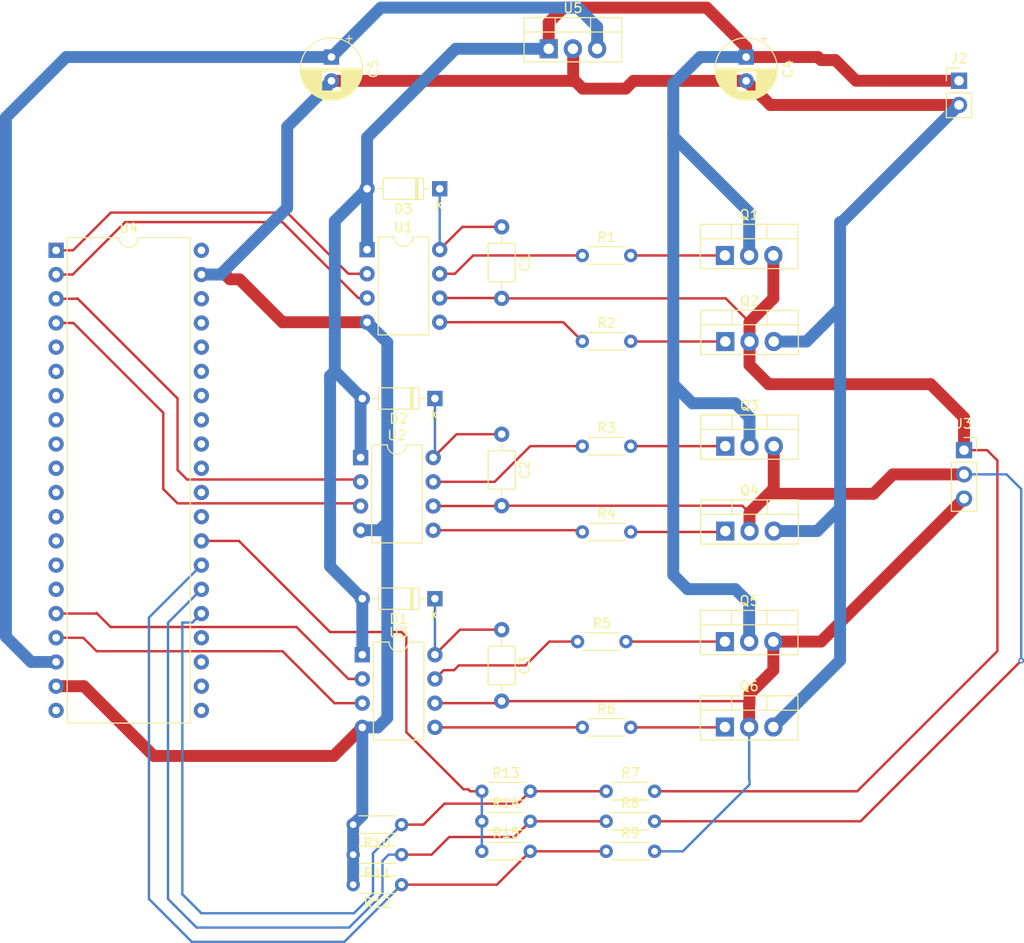
<source format=kicad_pcb>
(kicad_pcb (version 20240108) (generator "pcbnew") (generator_version "8.0")
  (layers (0 "F.Cu" signal) (31 "B.Cu" signal) (34 "B.Paste" user) (35 "F.Paste" user) (36 "B.SilkS" user "B.Silkscreen") (37 "F.SilkS" user "F.Silkscreen") (38 "B.Mask" user) (39 "F.Mask" user) (44 "Edge.Cuts" user))
  (net 0 "")
  (net 1 "+15V")
  (net 2 "Net-(D1-K)")
  (net 3 "Net-(D2-K)")
  (net 4 "Net-(D3-K)")
  (net 5 "Net-(Q1-G)")
  (net 6 "BLDC_A")
  (net 7 "Net-(Q2-G)")
  (net 8 "GND")
  (net 9 "Net-(Q3-G)")
  (net 10 "BLDC_B")
  (net 11 "Net-(Q4-G)")
  (net 12 "Net-(Q5-G)")
  (net 13 "BLDC_C")
  (net 14 "Net-(Q6-G)")
  (net 15 "Net-(U1-HO)")
  (net 16 "Net-(U1-LO)")
  (net 17 "Net-(U2-HO)")
  (net 18 "Net-(U2-LO)")
  (net 19 "Net-(U3-HO)")
  (net 20 "Net-(U3-LO)")
  (net 21 "EMF_A")
  (net 22 "EMF_B")
  (net 23 "EMF_C")
  (net 24 "EMF_COMMON")
  (net 26 "PWM_AL")
  (net 31 "PWM_CH")
  (net 38 "PWM_LH")
  (net 41 "PWM_AH")
  (net 45 "+5V")
  (net 52 "PWM_BL")
  (net 53 "PWM_BH")
  (footprint "Package_DIP:DIP-8_W7.62mm" (layer "F.Cu") (at 181.88 85.38)
    (property "Reference" "U3" (at 3.81 -2.33 0) (layer "F.SilkS"))
    (property "Value" "IR2101")
    (pad "1" thru_hole rect (at 0 0) (size 1.6 1.6) (drill 0.8) (layers "*.Cu" "*.Mask") (net 1 "+15V"))
    (pad "2" thru_hole oval (at 0 2.54) (size 1.6 1.6) (drill 0.8) (layers "*.Cu" "*.Mask") (net 31 "PWM_CH"))
    (pad "3" thru_hole oval (at 0 5.08) (size 1.6 1.6) (drill 0.8) (layers "*.Cu" "*.Mask") (net 38 "PWM_LH"))
    (pad "4" thru_hole oval (at 0 7.62) (size 1.6 1.6) (drill 0.8) (layers "*.Cu" "*.Mask") (net 8 "GND"))
    (pad "5" thru_hole oval (at 7.62 7.62) (size 1.6 1.6) (drill 0.8) (layers "*.Cu" "*.Mask") (net 20 "Net-(U3-LO)"))
    (pad "6" thru_hole oval (at 7.62 5.08) (size 1.6 1.6) (drill 0.8) (layers "*.Cu" "*.Mask") (net 13 "BLDC_C"))
    (pad "7" thru_hole oval (at 7.62 2.54) (size 1.6 1.6) (drill 0.8) (layers "*.Cu" "*.Mask") (net 19 "Net-(U3-HO)"))
    (pad "8" thru_hole oval (at 7.62 0) (size 1.6 1.6) (drill 0.8) (layers "*.Cu" "*.Mask") (net 2 "Net-(D1-K)"))
  )
  (footprint "Resistor_THT:R_Axial_DIN0204_L3.6mm_D1.6mm_P5.08mm_Horizontal" (layer "F.Cu") (at 194.42 102.85)
    (property "Reference" "R14" (at 2.54 -1.92 0) (layer "F.SilkS"))
    (property "Value" "470k")
    (pad "1" thru_hole circle (at 0 0) (size 1.4 1.4) (drill 0.7) (layers "*.Cu" "*.Mask") (net 24 "EMF_COMMON"))
    (pad "2" thru_hole oval (at 5.08 0) (size 1.4 1.4) (drill 0.7) (layers "*.Cu" "*.Mask") (net 22 "EMF_B"))
  )
  (footprint "Resistor_THT:R_Axial_DIN0204_L3.6mm_D1.6mm_P5.08mm_Horizontal" (layer "F.Cu") (at 204.96 52.5)
    (property "Reference" "R2" (at 2.54 -1.92 0) (layer "F.SilkS"))
    (property "Value" "10R")
    (pad "1" thru_hole circle (at 0 0) (size 1.4 1.4) (drill 0.7) (layers "*.Cu" "*.Mask") (net 16 "Net-(U1-LO)"))
    (pad "2" thru_hole oval (at 5.08 0) (size 1.4 1.4) (drill 0.7) (layers "*.Cu" "*.Mask") (net 7 "Net-(Q2-G)"))
  )
  (footprint "Package_TO_SOT_THT:TO-220-3_Vertical" (layer "F.Cu") (at 219.92 92.96)
    (property "Reference" "Q6" (at 2.54 -4.27 0) (layer "F.SilkS"))
    (property "Value" "IRLZ44N")
    (pad "1" thru_hole rect (at 0 0) (size 1.905 2) (drill 1.1) (layers "*.Cu" "*.Mask") (net 14 "Net-(Q6-G)"))
    (pad "2" thru_hole oval (at 2.54 0) (size 1.905 2) (drill 1.1) (layers "*.Cu" "*.Mask") (net 13 "BLDC_C"))
    (pad "3" thru_hole oval (at 5.08 0) (size 1.905 2) (drill 1.1) (layers "*.Cu" "*.Mask") (net 8 "GND"))
  )
  (footprint "Package_TO_SOT_THT:TO-220-3_Vertical" (layer "F.Cu") (at 201.4325 21.8175)
    (property "Reference" "U5" (at 2.54 -4.27 0) (layer "F.SilkS"))
    (property "Value" "L7805")
    (pad "1" thru_hole rect (at 0 0) (size 1.905 2) (drill 1.1) (layers "*.Cu" "*.Mask") (net 1 "+15V"))
    (pad "2" thru_hole oval (at 2.54 0) (size 1.905 2) (drill 1.1) (layers "*.Cu" "*.Mask") (net 8 "GND"))
    (pad "3" thru_hole oval (at 5.08 0) (size 1.905 2) (drill 1.1) (layers "*.Cu" "*.Mask") (net 45 "+5V"))
  )
  (footprint "Connector_PinSocket_2.54mm:PinSocket_1x03_P2.54mm_Vertical" (layer "F.Cu") (at 245 63.92)
    (property "Reference" "J3" (at 0 -2.77 0) (layer "F.SilkS"))
    (property "Value" "Conn BLDC")
    (pad "1" thru_hole rect (at 0 0) (size 1.7 1.7) (drill 1) (layers "*.Cu" "*.Mask") (net 6 "BLDC_A"))
    (pad "2" thru_hole oval (at 0 2.54) (size 1.7 1.7) (drill 1) (layers "*.Cu" "*.Mask") (net 10 "BLDC_B"))
    (pad "3" thru_hole oval (at 0 5.08) (size 1.7 1.7) (drill 1) (layers "*.Cu" "*.Mask") (net 13 "BLDC_C"))
  )
  (footprint "Package_DIP:DIP-40_W15.24mm" (layer "F.Cu") (at 149.76 42.96)
    (property "Reference" "U4" (at 7.62 -2.33 0) (layer "F.SilkS"))
    (property "Value" "YAAJ_BlackPill_v2")
    (pad "1" thru_hole rect (at 0 0) (size 1.6 1.6) (drill 0.8) (layers "*.Cu" "*.Mask") (net 41 "PWM_AH"))
    (pad "2" thru_hole oval (at 0 2.54) (size 1.6 1.6) (drill 0.8) (layers "*.Cu" "*.Mask") (net 26 "PWM_AL"))
    (pad "3" thru_hole oval (at 0 5.08) (size 1.6 1.6) (drill 0.8) (layers "*.Cu" "*.Mask") (net 53 "PWM_BH"))
    (pad "4" thru_hole oval (at 0 7.62) (size 1.6 1.6) (drill 0.8) (layers "*.Cu" "*.Mask") (net 52 "PWM_BL"))
    (pad "5" thru_hole oval (at 0 10.16) (size 1.6 1.6) (drill 0.8) (layers "*.Cu" "*.Mask"))
    (pad "6" thru_hole oval (at 0 12.7) (size 1.6 1.6) (drill 0.8) (layers "*.Cu" "*.Mask"))
    (pad "7" thru_hole oval (at 0 15.24) (size 1.6 1.6) (drill 0.8) (layers "*.Cu" "*.Mask"))
    (pad "8" thru_hole oval (at 0 17.78) (size 1.6 1.6) (drill 0.8) (layers "*.Cu" "*.Mask"))
    (pad "9" thru_hole oval (at 0 20.32) (size 1.6 1.6) (drill 0.8) (layers "*.Cu" "*.Mask"))
    (pad "10" thru_hole oval (at 0 22.86) (size 1.6 1.6) (drill 0.8) (layers "*.Cu" "*.Mask"))
    (pad "11" thru_hole oval (at 0 25.4) (size 1.6 1.6) (drill 0.8) (layers "*.Cu" "*.Mask"))
    (pad "12" thru_hole oval (at 0 27.94) (size 1.6 1.6) (drill 0.8) (layers "*.Cu" "*.Mask"))
    (pad "13" thru_hole oval (at 0 30.48) (size 1.6 1.6) (drill 0.8) (layers "*.Cu" "*.Mask"))
    (pad "14" thru_hole oval (at 0 33.02) (size 1.6 1.6) (drill 0.8) (layers "*.Cu" "*.Mask"))
    (pad "15" thru_hole oval (at 0 35.56) (size 1.6 1.6) (drill 0.8) (layers "*.Cu" "*.Mask"))
    (pad "16" thru_hole oval (at 0 38.1) (size 1.6 1.6) (drill 0.8) (layers "*.Cu" "*.Mask") (net 31 "PWM_CH"))
    (pad "17" thru_hole oval (at 0 40.64) (size 1.6 1.6) (drill 0.8) (layers "*.Cu" "*.Mask") (net 38 "PWM_LH"))
    (pad "18" thru_hole oval (at 0 43.18) (size 1.6 1.6) (drill 0.8) (layers "*.Cu" "*.Mask") (net 45 "+5V"))
    (pad "19" thru_hole oval (at 0 45.72) (size 1.6 1.6) (drill 0.8) (layers "*.Cu" "*.Mask") (net 8 "GND"))
    (pad "20" thru_hole oval (at 0 48.26) (size 1.6 1.6) (drill 0.8) (layers "*.Cu" "*.Mask"))
    (pad "21" thru_hole oval (at 15.24 48.26) (size 1.6 1.6) (drill 0.8) (layers "*.Cu" "*.Mask"))
    (pad "22" thru_hole oval (at 15.24 45.72) (size 1.6 1.6) (drill 0.8) (layers "*.Cu" "*.Mask"))
    (pad "23" thru_hole oval (at 15.24 43.18) (size 1.6 1.6) (drill 0.8) (layers "*.Cu" "*.Mask"))
    (pad "24" thru_hole oval (at 15.24 40.64) (size 1.6 1.6) (drill 0.8) (layers "*.Cu" "*.Mask"))
    (pad "25" thru_hole oval (at 15.24 38.1) (size 1.6 1.6) (drill 0.8) (layers "*.Cu" "*.Mask") (net 21 "EMF_A"))
    (pad "26" thru_hole oval (at 15.24 35.56) (size 1.6 1.6) (drill 0.8) (layers "*.Cu" "*.Mask") (net 22 "EMF_B"))
    (pad "27" thru_hole oval (at 15.24 33.02) (size 1.6 1.6) (drill 0.8) (layers "*.Cu" "*.Mask") (net 23 "EMF_C"))
    (pad "28" thru_hole oval (at 15.24 30.48) (size 1.6 1.6) (drill 0.8) (layers "*.Cu" "*.Mask") (net 24 "EMF_COMMON"))
    (pad "29" thru_hole oval (at 15.24 27.94) (size 1.6 1.6) (drill 0.8) (layers "*.Cu" "*.Mask"))
    (pad "30" thru_hole oval (at 15.24 25.4) (size 1.6 1.6) (drill 0.8) (layers "*.Cu" "*.Mask"))
    (pad "31" thru_hole oval (at 15.24 22.86) (size 1.6 1.6) (drill 0.8) (layers "*.Cu" "*.Mask"))
    (pad "32" thru_hole oval (at 15.24 20.32) (size 1.6 1.6) (drill 0.8) (layers "*.Cu" "*.Mask"))
    (pad "33" thru_hole oval (at 15.24 17.78) (size 1.6 1.6) (drill 0.8) (layers "*.Cu" "*.Mask"))
    (pad "34" thru_hole oval (at 15.24 15.24) (size 1.6 1.6) (drill 0.8) (layers "*.Cu" "*.Mask"))
    (pad "35" thru_hole oval (at 15.24 12.7) (size 1.6 1.6) (drill 0.8) (layers "*.Cu" "*.Mask"))
    (pad "36" thru_hole oval (at 15.24 10.16) (size 1.6 1.6) (drill 0.8) (layers "*.Cu" "*.Mask"))
    (pad "37" thru_hole oval (at 15.24 7.62) (size 1.6 1.6) (drill 0.8) (layers "*.Cu" "*.Mask"))
    (pad "38" thru_hole oval (at 15.24 5.08) (size 1.6 1.6) (drill 0.8) (layers "*.Cu" "*.Mask"))
    (pad "39" thru_hole oval (at 15.24 2.54) (size 1.6 1.6) (drill 0.8) (layers "*.Cu" "*.Mask") (net 8 "GND"))
    (pad "40" thru_hole oval (at 15.24 0) (size 1.6 1.6) (drill 0.8) (layers "*.Cu" "*.Mask"))
  )
  (footprint "Diode_THT:D_DO-35_SOD27_P7.62mm_Horizontal" (layer "F.Cu") (at 189.5 58.5 180)
    (property "Reference" "D2" (at 3.81 -2.12 0) (layer "F.SilkS"))
    (property "Value" "1N4148")
    (fp_text user "K" (at 0 -1.8 0) (layer "F.SilkS"))
    (pad "1" thru_hole rect (at 0 0 180) (size 1.6 1.6) (drill 0.8) (layers "*.Cu" "*.Mask") (net 3 "Net-(D2-K)"))
    (pad "2" thru_hole oval (at 7.62 0 180) (size 1.6 1.6) (drill 0.8) (layers "*.Cu" "*.Mask") (net 1 "+15V"))
  )
  (footprint "Capacitor_THT:CP_Radial_D6.3mm_P2.50mm" (layer "F.Cu") (at 178.6475 22.6825 -90)
    (property "Reference" "C5" (at 1.25 -4.4 90) (layer "F.SilkS"))
    (property "Value" "10uF")
    (pad "1" thru_hole rect (at 0 0 270) (size 1.6 1.6) (drill 0.8) (layers "*.Cu" "*.Mask") (net 45 "+5V"))
    (pad "2" thru_hole circle (at 2.5 0 270) (size 1.6 1.6) (drill 0.8) (layers "*.Cu" "*.Mask") (net 8 "GND"))
  )
  (footprint "Package_DIP:DIP-8_W7.62mm" (layer "F.Cu") (at 182.38 42.88)
    (property "Reference" "U1" (at 3.81 -2.33 0) (layer "F.SilkS"))
    (property "Value" "IR2101")
    (pad "1" thru_hole rect (at 0 0) (size 1.6 1.6) (drill 0.8) (layers "*.Cu" "*.Mask") (net 1 "+15V"))
    (pad "2" thru_hole oval (at 0 2.54) (size 1.6 1.6) (drill 0.8) (layers "*.Cu" "*.Mask") (net 41 "PWM_AH"))
    (pad "3" thru_hole oval (at 0 5.08) (size 1.6 1.6) (drill 0.8) (layers "*.Cu" "*.Mask") (net 26 "PWM_AL"))
    (pad "4" thru_hole oval (at 0 7.62) (size 1.6 1.6) (drill 0.8) (layers "*.Cu" "*.Mask") (net 8 "GND"))
    (pad "5" thru_hole oval (at 7.62 7.62) (size 1.6 1.6) (drill 0.8) (layers "*.Cu" "*.Mask") (net 16 "Net-(U1-LO)"))
    (pad "6" thru_hole oval (at 7.62 5.08) (size 1.6 1.6) (drill 0.8) (layers "*.Cu" "*.Mask") (net 6 "BLDC_A"))
    (pad "7" thru_hole oval (at 7.62 2.54) (size 1.6 1.6) (drill 0.8) (layers "*.Cu" "*.Mask") (net 15 "Net-(U1-HO)"))
    (pad "8" thru_hole oval (at 7.62 0) (size 1.6 1.6) (drill 0.8) (layers "*.Cu" "*.Mask") (net 4 "Net-(D3-K)"))
  )
  (footprint "Resistor_THT:R_Axial_DIN0204_L3.6mm_D1.6mm_P5.08mm_Horizontal" (layer "F.Cu") (at 204.96 63.5)
    (property "Reference" "R3" (at 2.54 -1.92 0) (layer "F.SilkS"))
    (property "Value" "10R")
    (pad "1" thru_hole circle (at 0 0) (size 1.4 1.4) (drill 0.7) (layers "*.Cu" "*.Mask") (net 17 "Net-(U2-HO)"))
    (pad "2" thru_hole oval (at 5.08 0) (size 1.4 1.4) (drill 0.7) (layers "*.Cu" "*.Mask") (net 9 "Net-(Q3-G)"))
  )
  (footprint "Resistor_THT:R_Axial_DIN0204_L3.6mm_D1.6mm_P5.08mm_Horizontal" (layer "F.Cu") (at 207.46 99.7)
    (property "Reference" "R7" (at 2.54 -1.92 0) (layer "F.SilkS"))
    (property "Value" "470k")
    (pad "1" thru_hole circle (at 0 0) (size 1.4 1.4) (drill 0.7) (layers "*.Cu" "*.Mask") (net 21 "EMF_A"))
    (pad "2" thru_hole oval (at 5.08 0) (size 1.4 1.4) (drill 0.7) (layers "*.Cu" "*.Mask") (net 6 "BLDC_A"))
  )
  (footprint "Resistor_THT:R_Axial_DIN0204_L3.6mm_D1.6mm_P5.08mm_Horizontal" (layer "F.Cu") (at 204.46 84)
    (property "Reference" "R5" (at 2.54 -1.92 0) (layer "F.SilkS"))
    (property "Value" "10R")
    (pad "1" thru_hole circle (at 0 0) (size 1.4 1.4) (drill 0.7) (layers "*.Cu" "*.Mask") (net 19 "Net-(U3-HO)"))
    (pad "2" thru_hole oval (at 5.08 0) (size 1.4 1.4) (drill 0.7) (layers "*.Cu" "*.Mask") (net 12 "Net-(Q5-G)"))
  )
  (footprint "Diode_THT:D_DO-35_SOD27_P7.62mm_Horizontal" (layer "F.Cu") (at 189.5 79.5 180)
    (property "Reference" "D1" (at 3.81 -2.12 0) (layer "F.SilkS"))
    (property "Value" "1N4148")
    (fp_text user "K" (at 0 -1.8 0) (layer "F.SilkS"))
    (pad "1" thru_hole rect (at 0 0 180) (size 1.6 1.6) (drill 0.8) (layers "*.Cu" "*.Mask") (net 2 "Net-(D1-K)"))
    (pad "2" thru_hole oval (at 7.62 0 180) (size 1.6 1.6) (drill 0.8) (layers "*.Cu" "*.Mask") (net 1 "+15V"))
  )
  (footprint "Resistor_THT:R_Axial_DIN0204_L3.6mm_D1.6mm_P5.08mm_Horizontal" (layer "F.Cu") (at 194.42 99.7)
    (property "Reference" "R13" (at 2.54 -1.92 0) (layer "F.SilkS"))
    (property "Value" "470k")
    (pad "1" thru_hole circle (at 0 0) (size 1.4 1.4) (drill 0.7) (layers "*.Cu" "*.Mask") (net 24 "EMF_COMMON"))
    (pad "2" thru_hole oval (at 5.08 0) (size 1.4 1.4) (drill 0.7) (layers "*.Cu" "*.Mask") (net 21 "EMF_A"))
  )
  (footprint "Resistor_THT:R_Axial_DIN0204_L3.6mm_D1.6mm_P5.08mm_Horizontal" (layer "F.Cu") (at 207.46 106)
    (property "Reference" "R9" (at 2.54 -1.92 0) (layer "F.SilkS"))
    (property "Value" "470k")
    (pad "1" thru_hole circle (at 0 0) (size 1.4 1.4) (drill 0.7) (layers "*.Cu" "*.Mask") (net 23 "EMF_C"))
    (pad "2" thru_hole oval (at 5.08 0) (size 1.4 1.4) (drill 0.7) (layers "*.Cu" "*.Mask") (net 13 "BLDC_C"))
  )
  (footprint "Capacitor_THT:C_Axial_L3.8mm_D2.6mm_P7.50mm_Horizontal" (layer "F.Cu") (at 196.5 82.75 -90)
    (property "Reference" "C3" (at 3.75 -2.42 90) (layer "F.SilkS"))
    (property "Value" "100nF")
    (pad "1" thru_hole circle (at 0 0 270) (size 1.6 1.6) (drill 0.8) (layers "*.Cu" "*.Mask") (net 2 "Net-(D1-K)"))
    (pad "2" thru_hole oval (at 7.5 0 270) (size 1.6 1.6) (drill 0.8) (layers "*.Cu" "*.Mask") (net 13 "BLDC_C"))
  )
  (footprint "Package_TO_SOT_THT:TO-220-3_Vertical" (layer "F.Cu") (at 219.96 72.405)
    (property "Reference" "Q4" (at 2.54 -4.27 0) (layer "F.SilkS"))
    (property "Value" "IRLZ44N")
    (pad "1" thru_hole rect (at 0 0) (size 1.905 2) (drill 1.1) (layers "*.Cu" "*.Mask") (net 11 "Net-(Q4-G)"))
    (pad "2" thru_hole oval (at 2.54 0) (size 1.905 2) (drill 1.1) (layers "*.Cu" "*.Mask") (net 10 "BLDC_B"))
    (pad "3" thru_hole oval (at 5.08 0) (size 1.905 2) (drill 1.1) (layers "*.Cu" "*.Mask") (net 8 "GND"))
  )
  (footprint "Package_TO_SOT_THT:TO-220-3_Vertical" (layer "F.Cu") (at 219.92 43.5)
    (property "Reference" "Q1" (at 2.54 -4.27 0) (layer "F.SilkS"))
    (property "Value" "IRLZ44N")
    (pad "1" thru_hole rect (at 0 0) (size 1.905 2) (drill 1.1) (layers "*.Cu" "*.Mask") (net 5 "Net-(Q1-G)"))
    (pad "2" thru_hole oval (at 2.54 0) (size 1.905 2) (drill 1.1) (layers "*.Cu" "*.Mask") (net 1 "+15V"))
    (pad "3" thru_hole oval (at 5.08 0) (size 1.905 2) (drill 1.1) (layers "*.Cu" "*.Mask") (net 6 "BLDC_A"))
  )
  (footprint "Capacitor_THT:C_Axial_L3.8mm_D2.6mm_P7.50mm_Horizontal" (layer "F.Cu") (at 196.5 62.25 -90)
    (property "Reference" "C2" (at 3.75 -2.42 90) (layer "F.SilkS"))
    (property "Value" "100nF")
    (pad "1" thru_hole circle (at 0 0 270) (size 1.6 1.6) (drill 0.8) (layers "*.Cu" "*.Mask") (net 3 "Net-(D2-K)"))
    (pad "2" thru_hole oval (at 7.5 0 270) (size 1.6 1.6) (drill 0.8) (layers "*.Cu" "*.Mask") (net 10 "BLDC_B"))
  )
  (footprint "Package_TO_SOT_THT:TO-220-3_Vertical" (layer "F.Cu") (at 219.96 52.525)
    (property "Reference" "Q2" (at 2.54 -4.27 0) (layer "F.SilkS"))
    (property "Value" "IRLZ44N")
    (pad "1" thru_hole rect (at 0 0) (size 1.905 2) (drill 1.1) (layers "*.Cu" "*.Mask") (net 7 "Net-(Q2-G)"))
    (pad "2" thru_hole oval (at 2.54 0) (size 1.905 2) (drill 1.1) (layers "*.Cu" "*.Mask") (net 6 "BLDC_A"))
    (pad "3" thru_hole oval (at 5.08 0) (size 1.905 2) (drill 1.1) (layers "*.Cu" "*.Mask") (net 8 "GND"))
  )
  (footprint "Capacitor_THT:CP_Radial_D6.3mm_P2.50mm" (layer "F.Cu") (at 222.1475 22.6825 -90)
    (property "Reference" "C4" (at 1.25 -4.4 90) (layer "F.SilkS"))
    (property "Value" "100uF")
    (pad "1" thru_hole rect (at 0 0 270) (size 1.6 1.6) (drill 0.8) (layers "*.Cu" "*.Mask") (net 1 "+15V"))
    (pad "2" thru_hole circle (at 2.5 0 270) (size 1.6 1.6) (drill 0.8) (layers "*.Cu" "*.Mask") (net 8 "GND"))
  )
  (footprint "Package_DIP:DIP-8_W7.62mm" (layer "F.Cu") (at 181.7 64.7)
    (property "Reference" "U2" (at 3.81 -2.33 0) (layer "F.SilkS"))
    (property "Value" "IR2101")
    (pad "1" thru_hole rect (at 0 0) (size 1.6 1.6) (drill 0.8) (layers "*.Cu" "*.Mask") (net 1 "+15V"))
    (pad "2" thru_hole oval (at 0 2.54) (size 1.6 1.6) (drill 0.8) (layers "*.Cu" "*.Mask") (net 53 "PWM_BH"))
    (pad "3" thru_hole oval (at 0 5.08) (size 1.6 1.6) (drill 0.8) (layers "*.Cu" "*.Mask") (net 52 "PWM_BL"))
    (pad "4" thru_hole oval (at 0 7.62) (size 1.6 1.6) (drill 0.8) (layers "*.Cu" "*.Mask") (net 8 "GND"))
    (pad "5" thru_hole oval (at 7.62 7.62) (size 1.6 1.6) (drill 0.8) (layers "*.Cu" "*.Mask") (net 18 "Net-(U2-LO)"))
    (pad "6" thru_hole oval (at 7.62 5.08) (size 1.6 1.6) (drill 0.8) (layers "*.Cu" "*.Mask") (net 10 "BLDC_B"))
    (pad "7" thru_hole oval (at 7.62 2.54) (size 1.6 1.6) (drill 0.8) (layers "*.Cu" "*.Mask") (net 17 "Net-(U2-HO)"))
    (pad "8" thru_hole oval (at 7.62 0) (size 1.6 1.6) (drill 0.8) (layers "*.Cu" "*.Mask") (net 3 "Net-(D2-K)"))
  )
  (footprint "Connector_PinHeader_2.54mm:PinHeader_1x02_P2.54mm_Vertical" (layer "F.Cu") (at 244.475 25.17)
    (property "Reference" "J2" (at 0 -2.33 0) (layer "F.SilkS"))
    (property "Value" "Conn_Power")
    (pad "1" thru_hole rect (at 0 0) (size 1.7 1.7) (drill 1) (layers "*.Cu" "*.Mask") (net 1 "+15V"))
    (pad "2" thru_hole oval (at 0 2.54) (size 1.7 1.7) (drill 1) (layers "*.Cu" "*.Mask") (net 8 "GND"))
  )
  (footprint "Diode_THT:D_DO-35_SOD27_P7.62mm_Horizontal" (layer "F.Cu") (at 190 36.5 180)
    (property "Reference" "D3" (at 3.81 -2.12 0) (layer "F.SilkS"))
    (property "Value" "1N4148")
    (fp_text user "K" (at 0 -1.8 0) (layer "F.SilkS"))
    (pad "1" thru_hole rect (at 0 0 180) (size 1.6 1.6) (drill 0.8) (layers "*.Cu" "*.Mask") (net 4 "Net-(D3-K)"))
    (pad "2" thru_hole oval (at 7.62 0 180) (size 1.6 1.6) (drill 0.8) (layers "*.Cu" "*.Mask") (net 1 "+15V"))
  )
  (footprint "Package_TO_SOT_THT:TO-220-3_Vertical" (layer "F.Cu") (at 219.92 84)
    (property "Reference" "Q5" (at 2.54 -4.27 0) (layer "F.SilkS"))
    (property "Value" "IRLZ44N")
    (pad "1" thru_hole rect (at 0 0) (size 1.905 2) (drill 1.1) (layers "*.Cu" "*.Mask") (net 12 "Net-(Q5-G)"))
    (pad "2" thru_hole oval (at 2.54 0) (size 1.905 2) (drill 1.1) (layers "*.Cu" "*.Mask") (net 1 "+15V"))
    (pad "3" thru_hole oval (at 5.08 0) (size 1.905 2) (drill 1.1) (layers "*.Cu" "*.Mask") (net 13 "BLDC_C"))
  )
  (footprint "Resistor_THT:R_Axial_DIN0204_L3.6mm_D1.6mm_P5.08mm_Horizontal" (layer "F.Cu") (at 186 103.2 180)
    (property "Reference" "R10" (at 2.54 -1.92 0) (layer "F.SilkS"))
    (property "Value" "10k")
    (pad "1" thru_hole circle (at 0 0 180) (size 1.4 1.4) (drill 0.7) (layers "*.Cu" "*.Mask") (net 21 "EMF_A"))
    (pad "2" thru_hole oval (at 5.08 0 180) (size 1.4 1.4) (drill 0.7) (layers "*.Cu" "*.Mask") (net 8 "GND"))
  )
  (footprint "Resistor_THT:R_Axial_DIN0204_L3.6mm_D1.6mm_P5.08mm_Horizontal" (layer "F.Cu") (at 204.96 93)
    (property "Reference" "R6" (at 2.54 -1.92 0) (layer "F.SilkS"))
    (property "Value" "10R")
    (pad "1" thru_hole circle (at 0 0) (size 1.4 1.4) (drill 0.7) (layers "*.Cu" "*.Mask") (net 20 "Net-(U3-LO)"))
    (pad "2" thru_hole oval (at 5.08 0) (size 1.4 1.4) (drill 0.7) (layers "*.Cu" "*.Mask") (net 14 "Net-(Q6-G)"))
  )
  (footprint "Resistor_THT:R_Axial_DIN0204_L3.6mm_D1.6mm_P5.08mm_Horizontal" (layer "F.Cu") (at 194.42 106)
    (property "Reference" "R15" (at 2.54 -1.92 0) (layer "F.SilkS"))
    (property "Value" "470k")
    (pad "1" thru_hole circle (at 0 0) (size 1.4 1.4) (drill 0.7) (layers "*.Cu" "*.Mask") (net 24 "EMF_COMMON"))
    (pad "2" thru_hole oval (at 5.08 0) (size 1.4 1.4) (drill 0.7) (layers "*.Cu" "*.Mask") (net 23 "EMF_C"))
  )
  (footprint "Resistor_THT:R_Axial_DIN0204_L3.6mm_D1.6mm_P5.08mm_Horizontal" (layer "F.Cu") (at 207.46 102.85)
    (property "Reference" "R8" (at 2.54 -1.92 0) (layer "F.SilkS"))
    (property "Value" "470k")
    (pad "1" thru_hole circle (at 0 0) (size 1.4 1.4) (drill 0.7) (layers "*.Cu" "*.Mask") (net 22 "EMF_B"))
    (pad "2" thru_hole oval (at 5.08 0) (size 1.4 1.4) (drill 0.7) (layers "*.Cu" "*.Mask") (net 10 "BLDC_B"))
  )
  (footprint "Resistor_THT:R_Axial_DIN0204_L3.6mm_D1.6mm_P5.08mm_Horizontal" (layer "F.Cu") (at 204.96 72.5)
    (property "Reference" "R4" (at 2.54 -1.92 0) (layer "F.SilkS"))
    (property "Value" "10R")
    (pad "1" thru_hole circle (at 0 0) (size 1.4 1.4) (drill 0.7) (layers "*.Cu" "*.Mask") (net 18 "Net-(U2-LO)"))
    (pad "2" thru_hole oval (at 5.08 0) (size 1.4 1.4) (drill 0.7) (layers "*.Cu" "*.Mask") (net 11 "Net-(Q4-G)"))
  )
  (footprint "Package_TO_SOT_THT:TO-220-3_Vertical" (layer "F.Cu") (at 219.96 63.5)
    (property "Reference" "Q3" (at 2.54 -4.27 0) (layer "F.SilkS"))
    (property "Value" "IRLZ44N")
    (pad "1" thru_hole rect (at 0 0) (size 1.905 2) (drill 1.1) (layers "*.Cu" "*.Mask") (net 9 "Net-(Q3-G)"))
    (pad "2" thru_hole oval (at 2.54 0) (size 1.905 2) (drill 1.1) (layers "*.Cu" "*.Mask") (net 1 "+15V"))
    (pad "3" thru_hole oval (at 5.08 0) (size 1.905 2) (drill 1.1) (layers "*.Cu" "*.Mask") (net 10 "BLDC_B"))
  )
  (footprint "Resistor_THT:R_Axial_DIN0204_L3.6mm_D1.6mm_P5.08mm_Horizontal" (layer "F.Cu") (at 186 109.5 180)
    (property "Reference" "R12" (at 2.54 -1.92 0) (layer "F.SilkS"))
    (property "Value" "10k")
    (pad "1" thru_hole circle (at 0 0 180) (size 1.4 1.4) (drill 0.7) (layers "*.Cu" "*.Mask") (net 23 "EMF_C"))
    (pad "2" thru_hole oval (at 5.08 0 180) (size 1.4 1.4) (drill 0.7) (layers "*.Cu" "*.Mask") (net 8 "GND"))
  )
  (footprint "Resistor_THT:R_Axial_DIN0204_L3.6mm_D1.6mm_P5.08mm_Horizontal" (layer "F.Cu") (at 204.96 43.5)
    (property "Reference" "R1" (at 2.54 -1.92 0) (layer "F.SilkS"))
    (property "Value" "10R")
    (pad "1" thru_hole circle (at 0 0) (size 1.4 1.4) (drill 0.7) (layers "*.Cu" "*.Mask") (net 15 "Net-(U1-HO)"))
    (pad "2" thru_hole oval (at 5.08 0) (size 1.4 1.4) (drill 0.7) (layers "*.Cu" "*.Mask") (net 5 "Net-(Q1-G)"))
  )
  (footprint "Capacitor_THT:C_Axial_L3.8mm_D2.6mm_P7.50mm_Horizontal" (layer "F.Cu") (at 196.5 40.5 -90)
    (property "Reference" "C1" (at 3.75 -2.42 90) (layer "F.SilkS"))
    (property "Value" "100nF")
    (pad "1" thru_hole circle (at 0 0 270) (size 1.6 1.6) (drill 0.8) (layers "*.Cu" "*.Mask") (net 4 "Net-(D3-K)"))
    (pad "2" thru_hole oval (at 7.5 0 270) (size 1.6 1.6) (drill 0.8) (layers "*.Cu" "*.Mask") (net 6 "BLDC_A"))
  )
  (footprint "Resistor_THT:R_Axial_DIN0204_L3.6mm_D1.6mm_P5.08mm_Horizontal" (layer "F.Cu") (at 186 106.35 180)
    (property "Reference" "R11" (at 2.54 -1.92 0) (layer "F.SilkS"))
    (property "Value" "10k")
    (pad "1" thru_hole circle (at 0 0 180) (size 1.4 1.4) (drill 0.7) (layers "*.Cu" "*.Mask") (net 22 "EMF_B"))
    (pad "2" thru_hole oval (at 5.08 0 180) (size 1.4 1.4) (drill 0.7) (layers "*.Cu" "*.Mask") (net 8 "GND"))
  )
  (segment (start 233.67 25.17) (end 231.5 23) (width 1.25) (layer "F.Cu") (net 1))
  (segment (start 229.6825 22.6825) (end 222.1475 22.6825) (width 1.25) (layer "F.Cu") (net 1))
  (segment (start 201.4325 21.8175) (end 201.4325 19.0675) (width 1.25) (layer "F.Cu") (net 1))
  (segment (start 201.4325 19.0675) (end 203 17.5) (width 1.25) (layer "F.Cu") (net 1))
  (segment (start 230 23) (end 229.6825 22.6825) (width 1.25) (layer "F.Cu") (net 1))
  (segment (start 203 17.5) (end 218 17.5) (width 1.25) (layer "F.Cu") (net 1))
  (segment (start 231.5 23) (end 230 23) (width 1.25) (layer "F.Cu") (net 1))
  (segment (start 222.1475 21.6475) (end 222.1475 22.6825) (width 1.25) (layer "F.Cu") (net 1))
  (segment (start 244.475 25.17) (end 233.67 25.17) (width 1.25) (layer "F.Cu") (net 1))
  (segment (start 218 17.5) (end 222.1475 21.6475) (width 1.25) (layer "F.Cu") (net 1))
  (segment (start 178.5 76.12) (end 178.5 56.12) (width 1.25) (layer "B.Cu") (net 1))
  (segment (start 181.7 58.68) (end 181.88 58.5) (width 1.25) (layer "B.Cu") (net 1))
  (segment (start 214.5 31) (end 214.5 30.5) (width 1.25) (layer "B.Cu") (net 1))
  (segment (start 216.5 59) (end 214.5 57) (width 1.25) (layer "B.Cu") (net 1))
  (segment (start 181.88 85.38) (end 181.88 79.5) (width 1.25) (layer "B.Cu") (net 1))
  (segment (start 222.5 39) (end 214.5 31) (width 1.25) (layer "B.Cu") (net 1))
  (segment (start 217.3175 22.6825) (end 214.5 25.5) (width 1.25) (layer "B.Cu") (net 1))
  (segment (start 182.38 31.12) (end 191.6825 21.8175) (width 1.25) (layer "B.Cu") (net 1))
  (segment (start 222.5 60.5) (end 221 59) (width 1.25) (layer "B.Cu") (net 1))
  (segment (start 191.6825 21.8175) (end 201.4325 21.8175) (width 1.25) (layer "B.Cu") (net 1))
  (segment (start 181.7 64.7) (end 181.7 58.68) (width 1.25) (layer "B.Cu") (net 1))
  (segment (start 222.46 39.04) (end 222.5 39) (width 1.25) (layer "B.Cu") (net 1))
  (segment (start 222.5 80) (end 222.46 80.04) (width 1.25) (layer "B.Cu") (net 1))
  (segment (start 214.5 57) (end 214.5 77) (width 1.25) (layer "B.Cu") (net 1))
  (segment (start 179 55.62) (end 179 39.88) (width 1.25) (layer "B.Cu") (net 1))
  (segment (start 222.5 63.5) (end 222.5 60.5) (width 1.25) (layer "B.Cu") (net 1))
  (segment (start 216 78.5) (end 221 78.5) (width 1.25) (layer "B.Cu") (net 1))
  (segment (start 182.38 36.5) (end 182.38 31.12) (width 1.25) (layer "B.Cu") (net 1))
  (segment (start 181.88 79.5) (end 178.5 76.12) (width 1.25) (layer "B.Cu") (net 1))
  (segment (start 182.38 42.88) (end 182.38 36.5) (width 1.25) (layer "B.Cu") (net 1))
  (segment (start 222.1475 22.6825) (end 217.3175 22.6825) (width 1.25) (layer "B.Cu") (net 1))
  (segment (start 222.46 80.04) (end 222.46 84) (width 1.25) (layer "B.Cu") (net 1))
  (segment (start 222.46 43.5) (end 222.46 39.04) (width 1.25) (layer "B.Cu") (net 1))
  (segment (start 221 59) (end 216.5 59) (width 1.25) (layer "B.Cu") (net 1))
  (segment (start 214.5 77) (end 216 78.5) (width 1.25) (layer "B.Cu") (net 1))
  (segment (start 221 78.5) (end 222.5 80) (width 1.25) (layer "B.Cu") (net 1))
  (segment (start 181.88 58.5) (end 179 55.62) (width 1.25) (layer "B.Cu") (net 1))
  (segment (start 214.5 25.5) (end 214.5 30.5) (width 1.25) (layer "B.Cu") (net 1))
  (segment (start 214.5 30.5) (end 214.5 57) (width 1.25) (layer "B.Cu") (net 1))
  (segment (start 178.5 56.12) (end 179 55.62) (width 1.25) (layer "B.Cu") (net 1))
  (segment (start 179 39.88) (end 182.38 36.5) (width 1.25) (layer "B.Cu") (net 1))
  (segment (start 196.5 82.75) (end 192.13 82.75) (width 0.254) (layer "F.Cu") (net 2))
  (segment (start 192.13 82.75) (end 189.5 85.38) (width 0.254) (layer "F.Cu") (net 2))
  (segment (start 189.5 79.5) (end 189.5 85.38) (width 0.254) (layer "B.Cu") (net 2))
  (segment (start 196.5 62.25) (end 191.77 62.25) (width 0.254) (layer "F.Cu") (net 3))
  (segment (start 191.77 62.25) (end 189.32 64.7) (width 0.254) (layer "F.Cu") (net 3))
  (segment (start 189.5 64.52) (end 189.32 64.7) (width 0.254) (layer "B.Cu") (net 3))
  (segment (start 189.5 58.5) (end 189.5 64.52) (width 0.254) (layer "B.Cu") (net 3))
  (segment (start 192.38 40.5) (end 196.5 40.5) (width 0.254) (layer "F.Cu") (net 4))
  (segment (start 190 42.88) (end 192.38 40.5) (width 0.254) (layer "F.Cu") (net 4))
  (segment (start 190 36.5) (end 190 42.88) (width 0.254) (layer "B.Cu") (net 4))
  (segment (start 219.92 43.5) (end 210.04 43.5) (width 0.254) (layer "F.Cu") (net 5))
  (segment (start 233.8 99.7) (end 248.5 85) (width 0.254) (layer "F.Cu") (net 6))
  (segment (start 248.5 65) (end 247.42 63.92) (width 0.254) (layer "F.Cu") (net 6))
  (segment (start 248.5 85) (end 248.5 65) (width 0.254) (layer "F.Cu") (net 6))
  (segment (start 222.5 52.525) (end 222.5 55) (width 1.25) (layer "F.Cu") (net 6))
  (segment (start 222.5 55) (end 224.5 57) (width 1.25) (layer "F.Cu") (net 6))
  (segment (start 196.46 47.96) (end 196.5 48) (width 0.254) (layer "F.Cu") (net 6))
  (segment (start 222.5 50.5) (end 225 48) (width 1.25) (layer "F.Cu") (net 6))
  (segment (start 212.54 99.7) (end 233.8 99.7) (width 0.254) (layer "F.Cu") (net 6))
  (segment (start 241.5 57) (end 245 60.5) (width 1.25) (layer "F.Cu") (net 6))
  (segment (start 196.5 48) (end 220 48) (width 0.254) (layer "F.Cu") (net 6))
  (segment (start 247.42 63.92) (end 245 63.92) (width 0.254) (layer "F.Cu") (net 6))
  (segment (start 224.5 57) (end 241.5 57) (width 1.25) (layer "F.Cu") (net 6))
  (segment (start 245 60.5) (end 245 63.92) (width 1.25) (layer "F.Cu") (net 6))
  (segment (start 190 47.96) (end 196.46 47.96) (width 0.254) (layer "F.Cu") (net 6))
  (segment (start 222.5 52.525) (end 222.5 50.5) (width 1.25) (layer "F.Cu") (net 6))
  (segment (start 225 48) (end 225 43.5) (width 1.25) (layer "F.Cu") (net 6))
  (segment (start 220 48) (end 222.5 50.5) (width 0.254) (layer "F.Cu") (net 6))
  (segment (start 219.96 52.525) (end 210.065 52.525) (width 0.254) (layer "F.Cu") (net 7))
  (segment (start 210.065 52.525) (end 210.04 52.5) (width 0.254) (layer "F.Cu") (net 7))
  (segment (start 160 96) (end 178.88 96) (width 1.25) (layer "F.Cu") (net 8))
  (segment (start 203.9725 21.8175) (end 203.9725 22.3175) (width 1.25) (layer "F.Cu") (net 8))
  (segment (start 169 46) (end 168 46) (width 1.25) (layer "F.Cu") (net 8))
  (segment (start 168 46) (end 167.5 45.5) (width 1.25) (layer "F.Cu") (net 8))
  (segment (start 224.675 27.71) (end 222.1475 25.1825) (width 1.25) (layer "F.Cu") (net 8))
  (segment (start 210.3175 25.1825) (end 222.1475 25.1825) (width 1.25) (layer "F.Cu") (net 8))
  (segment (start 203.8175 25.1825) (end 204 25) (width 1.25) (layer "F.Cu") (net 8))
  (segment (start 203.9725 22.3175) (end 204 22.345) (width 1.25) (layer "F.Cu") (net 8))
  (segment (start 244.475 27.71) (end 224.675 27.71) (width 1.25) (layer "F.Cu") (net 8))
  (segment (start 204 25) (end 205 26) (width 1.25) (layer "F.Cu") (net 8))
  (segment (start 152.68 88.68) (end 160 96) (width 1.25) (layer "F.Cu") (net 8))
  (segment (start 205 26) (end 209.5 26) (width 1.25) (layer "F.Cu") (net 8))
  (segment (start 209.5 26) (end 210.3175 25.1825) (width 1.25) (layer "F.Cu") (net 8))
  (segment (start 173.5 50.5) (end 169 46) (width 1.25) (layer "F.Cu") (net 8))
  (segment (start 178.6475 25.1825) (end 203.8175 25.1825) (width 1.25) (layer "F.Cu") (net 8))
  (segment (start 204 22.345) (end 204 25) (width 1.25) (layer "F.Cu") (net 8))
  (segment (start 149.76 88.68) (end 152.68 88.68) (width 1.25) (layer "F.Cu") (net 8))
  (segment (start 167.5 45.5) (end 165 45.5) (width 1.25) (layer "F.Cu") (net 8))
  (segment (start 178.88 96) (end 181.88 93) (width 1.25) (layer "F.Cu") (net 8))
  (segment (start 182.38 50.5) (end 173.5 50.5) (width 1.25) (layer "F.Cu") (net 8))
  (segment (start 167 45.5) (end 174 38.5) (width 1.25) (layer "B.Cu") (net 8))
  (segment (start 178.165 25.665) (end 178.165 25.835) (width 1.25) (layer "B.Cu") (net 8))
  (segment (start 165 45.5) (end 167 45.5) (width 1.25) (layer "B.Cu") (net 8))
  (segment (start 183.5 93) (end 184.5 92) (width 1.25) (layer "B.Cu") (net 8))
  (segment (start 228.475 52.525) (end 232 49) (width 1.25) (layer "B.Cu") (net 8))
  (segment (start 178.6475 25.1825) (end 178.165 25.665) (width 1.25) (layer "B.Cu") (net 8))
  (segment (start 181.88 93) (end 181.88 102.24) (width 1.25) (layer "B.Cu") (net 8))
  (segment (start 225.04 52.525) (end 228.475 52.525) (width 1.25) (layer "B.Cu") (net 8))
  (segment (start 181.88 102.24) (end 180.92 103.2) (width 1.25) (layer "B.Cu") (net 8))
  (segment (start 232 49) (end 232 70) (width 1.25) (layer "B.Cu") (net 8))
  (segment (start 184.5 71.5) (end 184.5 52.62) (width 1.25) (layer "B.Cu") (net 8))
  (segment (start 181.88 93) (end 183.5 93) (width 1.25) (layer "B.Cu") (net 8))
  (segment (start 232 70) (end 232 85.96) (width 1.25) (layer "B.Cu") (net 8))
  (segment (start 183.68 72.32) (end 184.5 71.5) (width 1.25) (layer "B.Cu") (net 8))
  (segment (start 232 40) (end 232 49) (width 1.25) (layer "B.Cu") (net 8))
  (segment (start 244.475 27.71) (end 232.185 40) (width 1.25) (layer "B.Cu") (net 8))
  (segment (start 174 38.5) (end 174 30) (width 1.25) (layer "B.Cu") (net 8))
  (segment (start 180.92 103.2) (end 180.92 106.35) (width 1.25) (layer "B.Cu") (net 8))
  (segment (start 184.5 92) (end 184.5 71.5) (width 1.25) (layer "B.Cu") (net 8))
  (segment (start 232 85.96) (end 225 92.96) (width 1.25) (layer "B.Cu") (net 8))
  (segment (start 225.04 72.405) (end 229.595 72.405) (width 1.25) (layer "B.Cu") (net 8))
  (segment (start 178.165 25.835) (end 174 30) (width 1.25) (layer "B.Cu") (net 8))
  (segment (start 180.92 106.35) (end 180.92 109.5) (width 1.25) (layer "B.Cu") (net 8))
  (segment (start 181.7 72.32) (end 183.68 72.32) (width 1.25) (layer "B.Cu") (net 8))
  (segment (start 232.185 40) (end 232 40) (width 1.25) (layer "B.Cu") (net 8))
  (segment (start 184.5 52.62) (end 182.38 50.5) (width 1.25) (layer "B.Cu") (net 8))
  (segment (start 229.595 72.405) (end 232 70) (width 1.25) (layer "B.Cu") (net 8))
  (segment (start 219.96 63.5) (end 210.04 63.5) (width 0.254) (layer "F.Cu") (net 9))
  (segment (start 222.5 72.405) (end 222.5 70.5) (width 1.25) (layer "F.Cu") (net 10))
  (segment (start 234.15 102.85) (end 251 86) (width 0.254) (layer "F.Cu") (net 10))
  (segment (start 189.32 69.78) (end 196.47 69.78) (width 0.254) (layer "F.Cu") (net 10))
  (segment (start 221.75 69.75) (end 222.5 70.5) (width 0.254) (layer "F.Cu") (net 10))
  (segment (start 237.54 66.46) (end 245 66.46) (width 1.25) (layer "F.Cu") (net 10))
  (segment (start 212.54 102.85) (end 234.15 102.85) (width 0.254) (layer "F.Cu") (net 10))
  (segment (start 222.5 70.5) (end 224.5 68.5) (width 1.25) (layer "F.Cu") (net 10))
  (segment (start 196.5 69.75) (end 221.75 69.75) (width 0.254) (layer "F.Cu") (net 10))
  (segment (start 235.5 68.5) (end 237.54 66.46) (width 1.25) (layer "F.Cu") (net 10))
  (segment (start 225.04 63.5) (end 225.04 67.96) (width 1.25) (layer "F.Cu") (net 10))
  (segment (start 225.04 67.96) (end 224.5 68.5) (width 1.25) (layer "F.Cu") (net 10))
  (segment (start 196.47 69.78) (end 196.5 69.75) (width 0.254) (layer "F.Cu") (net 10))
  (segment (start 224.5 68.5) (end 235.5 68.5) (width 1.25) (layer "F.Cu") (net 10))
  (via (at 251 86) (size 0.6) (drill 0.3) (layers "F.Cu" "B.Cu") (net 10))
  (segment (start 251 86) (end 251 68) (width 0.254) (layer "B.Cu") (net 10))
  (segment (start 251 68) (end 249.46 66.46) (width 0.254) (layer "B.Cu") (net 10))
  (segment (start 249.46 66.46) (end 245 66.46) (width 0.254) (layer "B.Cu") (net 10))
  (segment (start 210.04 72.5) (end 219.865 72.5) (width 0.254) (layer "F.Cu") (net 11))
  (segment (start 219.865 72.5) (end 219.96 72.405) (width 0.254) (layer "F.Cu") (net 11))
  (segment (start 209.54 84) (end 219.92 84) (width 0.254) (layer "F.Cu") (net 12))
  (segment (start 225 84) (end 230 84) (width 1.25) (layer "F.Cu") (net 13))
  (segment (start 230 84) (end 245 69) (width 1.25) (layer "F.Cu") (net 13))
  (segment (start 222.46 90.54) (end 222.46 92.96) (width 1.25) (layer "F.Cu") (net 13))
  (segment (start 222.25 90.25) (end 222.5 90.5) (width 0.254) (layer "F.Cu") (net 13))
  (segment (start 196.29 90.46) (end 196.5 90.25) (width 0.254) (layer "F.Cu") (net 13))
  (segment (start 222.5 89.5) (end 222.5 90.5) (width 1.25) (layer "F.Cu") (net 13))
  (segment (start 225 84) (end 225 87) (width 1.25) (layer "F.Cu") (net 13))
  (segment (start 196.5 90.25) (end 222.25 90.25) (width 0.254) (layer "F.Cu") (net 13))
  (segment (start 222.5 90.5) (end 222.46 90.54) (width 1.25) (layer "F.Cu") (net 13))
  (segment (start 225 87) (end 222.5 89.5) (width 1.25) (layer "F.Cu") (net 13))
  (segment (start 189.5 90.46) (end 196.29 90.46) (width 0.254) (layer "F.Cu") (net 13))
  (segment (start 222.5 99) (end 222.5 98.5) (width 0.254) (layer "B.Cu") (net 13))
  (segment (start 212.54 106) (end 215.5 106) (width 0.254) (layer "B.Cu") (net 13))
  (segment (start 215.5 106) (end 222.5 99) (width 0.254) (layer "B.Cu") (net 13))
  (segment (start 222.46 98.46) (end 222.46 92.96) (width 0.254) (layer "B.Cu") (net 13))
  (segment (start 222.5 98.5) (end 222.46 98.46) (width 0.254) (layer "B.Cu") (net 13))
  (segment (start 219.88 93) (end 219.92 92.96) (width 0.254) (layer "F.Cu") (net 14))
  (segment (start 210.04 93) (end 219.88 93) (width 0.254) (layer "F.Cu") (net 14))
  (segment (start 191.58 45.42) (end 190 45.42) (width 0.254) (layer "F.Cu") (net 15))
  (segment (start 193.5 43.5) (end 191.58 45.42) (width 0.254) (layer "F.Cu") (net 15))
  (segment (start 204.96 43.5) (end 193.5 43.5) (width 0.254) (layer "F.Cu") (net 15))
  (segment (start 204.96 52.5) (end 202.96 50.5) (width 0.254) (layer "F.Cu") (net 16))
  (segment (start 202.96 50.5) (end 190 50.5) (width 0.254) (layer "F.Cu") (net 16))
  (segment (start 199.5 63.5) (end 195.76 67.24) (width 0.254) (layer "F.Cu") (net 17))
  (segment (start 195.76 67.24) (end 189.32 67.24) (width 0.254) (layer "F.Cu") (net 17))
  (segment (start 204.96 63.5) (end 199.5 63.5) (width 0.254) (layer "F.Cu") (net 17))
  (segment (start 189.32 72.32) (end 204.78 72.32) (width 0.254) (layer "F.Cu") (net 18))
  (segment (start 204.78 72.32) (end 204.96 72.5) (width 0.254) (layer "F.Cu") (net 18))
  (segment (start 199 86.5) (end 192 86.5) (width 0.254) (layer "F.Cu") (net 19))
  (segment (start 191.5 87) (end 190.42 87) (width 0.254) (layer "F.Cu") (net 19))
  (segment (start 204.46 84) (end 201.5 84) (width 0.254) (layer "F.Cu") (net 19))
  (segment (start 190.42 87) (end 189.5 87.92) (width 0.254) (layer "F.Cu") (net 19))
  (segment (start 192 86.5) (end 191.5 87) (width 0.254) (layer "F.Cu") (net 19))
  (segment (start 201.5 84) (end 199 86.5) (width 0.254) (layer "F.Cu") (net 19))
  (segment (start 189.5 93) (end 204.96 93) (width 0.254) (layer "F.Cu") (net 20))
  (segment (start 199.5 99.7) (end 198.2 101) (width 0.254) (layer "F.Cu") (net 21))
  (segment (start 198.2 101) (end 190.5 101) (width 0.254) (layer "F.Cu") (net 21))
  (segment (start 190.5 101) (end 188.3 103.2) (width 0.254) (layer "F.Cu") (net 21))
  (segment (start 199.5 99.7) (end 207.46 99.7) (width 0.254) (layer "F.Cu") (net 21))
  (segment (start 188.3 103.2) (end 186 103.2) (width 0.254) (layer "F.Cu") (net 21))
  (segment (start 163 110.5) (end 163 82) (width 0.254) (layer "B.Cu") (net 21))
  (segment (start 165 112.5) (end 163 110.5) (width 0.254) (layer "B.Cu") (net 21))
  (segment (start 183 110.5) (end 181 112.5) (width 0.254) (layer "B.Cu") (net 21))
  (segment (start 164.06 82) (end 165 81.06) (width 0.254) (layer "B.Cu") (net 21))
  (segment (start 186 103.2) (end 183 106.2) (width 0.254) (layer "B.Cu") (net 21))
  (segment (start 181 112.5) (end 165 112.5) (width 0.254) (layer "B.Cu") (net 21))
  (segment (start 163 82) (end 164.06 82) (width 0.254) (layer "B.Cu") (net 21))
  (segment (start 183 106.2) (end 183 110.5) (width 0.254) (layer "B.Cu") (net 21))
  (segment (start 191 104.5) (end 189.15 106.35) (width 0.254) (layer "F.Cu") (net 22))
  (segment (start 198 104.5) (end 191 104.5) (width 0.254) (layer "F.Cu") (net 22))
  (segment (start 189.15 106.35) (end 186 106.35) (width 0.254) (layer "F.Cu") (net 22))
  (segment (start 199.5 102.85) (end 198 104.35) (width 0.254) (layer "F.Cu") (net 22))
  (segment (start 199.5 102.85) (end 207.46 102.85) (width 0.254) (layer "F.Cu") (net 22))
  (segment (start 198 104.35) (end 198 104.5) (width 0.254) (layer "F.Cu") (net 22))
  (segment (start 186 106.35) (end 184.65 106.35) (width 0.254) (layer "B.Cu") (net 22))
  (segment (start 184 110.5) (end 180.5 114) (width 0.254) (layer "B.Cu") (net 22))
  (segment (start 161.5 82.02) (end 165 78.52) (width 0.254) (layer "B.Cu") (net 22))
  (segment (start 180.5 114) (end 164.5 114) (width 0.254) (layer "B.Cu") (net 22))
  (segment (start 164.5 114) (end 161.5 111) (width 0.254) (layer "B.Cu") (net 22))
  (segment (start 161.5 111) (end 161.5 82.02) (width 0.254) (layer "B.Cu") (net 22))
  (segment (start 184.65 106.35) (end 184 107) (width 0.254) (layer "B.Cu") (net 22))
  (segment (start 184 107) (end 184 110.5) (width 0.254) (layer "B.Cu") (net 22))
  (segment (start 196 109.5) (end 186 109.5) (width 0.254) (layer "F.Cu") (net 23))
  (segment (start 199.5 106) (end 196 109.5) (width 0.254) (layer "F.Cu") (net 23))
  (segment (start 199.5 106) (end 207.46 106) (width 0.254) (layer "F.Cu") (net 23))
  (segment (start 164 115.5) (end 159.5 111) (width 0.254) (layer "B.Cu") (net 23))
  (segment (start 159.5 81.48) (end 165 75.98) (width 0.254) (layer "B.Cu") (net 23))
  (segment (start 186 109.5) (end 180 115.5) (width 0.254) (layer "B.Cu") (net 23))
  (segment (start 180 115.5) (end 164 115.5) (width 0.254) (layer "B.Cu") (net 23))
  (segment (start 159.5 111) (end 159.5 81.48) (width 0.254) (layer "B.Cu") (net 23))
  (segment (start 193 99.5) (end 193.2 99.7) (width 0.254) (layer "F.Cu") (net 24))
  (segment (start 168.94 73.44) (end 178.5 83) (width 0.254) (layer "F.Cu") (net 24))
  (segment (start 186.5 93.5) (end 192.5 99.5) (width 0.254) (layer "F.Cu") (net 24))
  (segment (start 193.2 99.7) (end 194.42 99.7) (width 0.254) (layer "F.Cu") (net 24))
  (segment (start 186 83) (end 186.5 83.5) (width 0.254) (layer "F.Cu") (net 24))
  (segment (start 165 73.44) (end 168.94 73.44) (width 0.254) (layer "F.Cu") (net 24))
  (segment (start 178.5 83) (end 186 83) (width 0.254) (layer "F.Cu") (net 24))
  (segment (start 192.5 99.5) (end 193 99.5) (width 0.254) (layer "F.Cu") (net 24))
  (segment (start 186.5 83.5) (end 186.5 93.5) (width 0.254) (layer "F.Cu") (net 24))
  (segment (start 194.42 106) (end 194.42 102.85) (width 0.254) (layer "B.Cu") (net 24))
  (segment (start 194.42 102.85) (end 194.42 99.7) (width 0.254) (layer "B.Cu") (net 24))
  (segment (start 173.5 40) (end 181.46 47.96) (width 0.254) (layer "F.Cu") (net 26))
  (segment (start 151.5 45.5) (end 157 40) (width 0.254) (layer "F.Cu") (net 26))
  (segment (start 181.46 47.96) (end 182.38 47.96) (width 0.254) (layer "F.Cu") (net 26))
  (segment (start 157 40) (end 173.5 40) (width 0.254) (layer "F.Cu") (net 26))
  (segment (start 149.76 45.5) (end 151.5 45.5) (width 0.254) (layer "F.Cu") (net 26))
  (segment (start 181.92 87.92) (end 181.88 87.92) (width 0.254) (layer "F.Cu") (net 31))
  (segment (start 180.42 87.92) (end 181.88 87.92) (width 0.254) (layer "F.Cu") (net 31))
  (segment (start 154 81) (end 155.473 82.473) (width 0.254) (layer "F.Cu") (net 31))
  (segment (start 174.973 82.473) (end 180.42 87.92) (width 0.254) (layer "F.Cu") (net 31))
  (segment (start 153.94 81.06) (end 154 81) (width 0.254) (layer "F.Cu") (net 31))
  (segment (start 181.92 87.92) (end 182 88) (width 0.254) (layer "F.Cu") (net 31))
  (segment (start 155.473 82.473) (end 174.973 82.473) (width 0.254) (layer "F.Cu") (net 31))
  (segment (start 149.76 81.06) (end 153.94 81.06) (width 0.254) (layer "F.Cu") (net 31))
  (segment (start 154.013 85.013) (end 173.513 85.013) (width 0.254) (layer "F.Cu") (net 38))
  (segment (start 178.96 90.46) (end 181.88 90.46) (width 0.254) (layer "F.Cu") (net 38))
  (segment (start 173.513 85.013) (end 178.96 90.46) (width 0.254) (layer "F.Cu") (net 38))
  (segment (start 149.76 83.6) (end 152.6 83.6) (width 0.254) (layer "F.Cu") (net 38))
  (segment (start 152.6 83.6) (end 154.013 85.013) (width 0.254) (layer "F.Cu") (net 38))
  (segment (start 149.76 42.96) (end 151.54 42.96) (width 0.254) (layer "F.Cu") (net 41))
  (segment (start 174 39) (end 180.42 45.42) (width 0.254) (layer "F.Cu") (net 41))
  (segment (start 155.5 39) (end 174 39) (width 0.254) (layer "F.Cu") (net 41))
  (segment (start 180.42 45.42) (end 182.38 45.42) (width 0.254) (layer "F.Cu") (net 41))
  (segment (start 151.54 42.96) (end 155.5 39) (width 0.254) (layer "F.Cu") (net 41))
  (segment (start 144.5 29) (end 144.5 83.5) (width 1.25) (layer "B.Cu") (net 45))
  (segment (start 144.5 83.5) (end 147.14 86.14) (width 1.25) (layer "B.Cu") (net 45))
  (segment (start 206.5125 21.8175) (end 206.5125 19.5125) (width 1.25) (layer "B.Cu") (net 45))
  (segment (start 150.8175 22.6825) (end 144.5 29) (width 1.25) (layer "B.Cu") (net 45))
  (segment (start 206.5125 19.5125) (end 204.5 17.5) (width 1.25) (layer "B.Cu") (net 45))
  (segment (start 183.83 17.5) (end 178.6475 22.6825) (width 1.25) (layer "B.Cu") (net 45))
  (segment (start 178.6475 22.6825) (end 150.8175 22.6825) (width 1.25) (layer "B.Cu") (net 45))
  (segment (start 147.14 86.14) (end 149.76 86.14) (width 1.25) (layer "B.Cu") (net 45))
  (segment (start 204.5 17.5) (end 183.83 17.5) (width 1.25) (layer "B.Cu") (net 45))
  (segment (start 151.58 50.58) (end 161 60) (width 0.254) (layer "F.Cu") (net 52))
  (segment (start 161 68) (end 162.5 69.5) (width 0.254) (layer "F.Cu") (net 52))
  (segment (start 149.76 50.58) (end 151.58 50.58) (width 0.254) (layer "F.Cu") (net 52))
  (segment (start 181.42 69.5) (end 181.7 69.78) (width 0.254) (layer "F.Cu") (net 52))
  (segment (start 162.5 69.5) (end 181.42 69.5) (width 0.254) (layer "F.Cu") (net 52))
  (segment (start 161 60) (end 161 68) (width 0.254) (layer "F.Cu") (net 52))
  (segment (start 152 48) (end 151.96 48.04) (width 0.254) (layer "F.Cu") (net 53))
  (segment (start 151.96 48.04) (end 149.76 48.04) (width 0.254) (layer "F.Cu") (net 53))
  (segment (start 163.5 67) (end 162.5 66) (width 0.254) (layer "F.Cu") (net 53))
  (segment (start 181.7 67.24) (end 181.46 67) (width 0.254) (layer "F.Cu") (net 53))
  (segment (start 162.5 66) (end 162.5 58.5) (width 0.254) (layer "F.Cu") (net 53))
  (segment (start 162.5 58.5) (end 152 48) (width 0.254) (layer "F.Cu") (net 53))
  (segment (start 181.46 67) (end 163.5 67) (width 0.254) (layer "F.Cu") (net 53))
)
</source>
